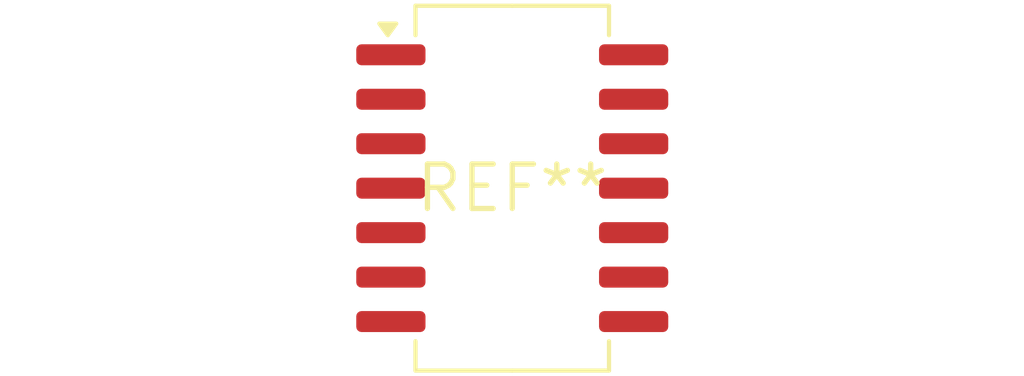
<source format=kicad_pcb>
(kicad_pcb (version 20240108) (generator pcbnew)
  (layers (0 "F.Cu" signal) (31 "B.Cu" signal) (34 "B.Paste" user) (35 "F.Paste" user) (36 "B.SilkS" user "B.Silkscreen") (37 "F.SilkS" user "F.Silkscreen") (38 "B.Mask" user) (39 "F.Mask" user) (44 "Edge.Cuts" user))
  (net 0 "")
  (footprint "SO-14_5.3x10.2mm_P1.27mm" (layer "F.Cu") (at 0 0)
    (property "Reference" "REF**")
    (property "Value" "SO-14_5.3x10.2mm_P1.27mm")
    (fp_line (start -2.76 -5.21) (end -2.76 -4.37) (layer "F.SilkS") (stroke (width 0.12)))
    (fp_line (start -2.76 5.21) (end -2.76 4.37) (layer "F.SilkS") (stroke (width 0.12)))
    (fp_line (start 0 -5.21) (end -2.76 -5.21) (layer "F.SilkS") (stroke (width 0.12)))
    (fp_line (start 0 -5.21) (end 2.76 -5.21) (layer "F.SilkS") (stroke (width 0.12)))
    (fp_line (start 0 5.21) (end -2.76 5.21) (layer "F.SilkS") (stroke (width 0.12)))
    (fp_line (start 0 5.21) (end 2.76 5.21) (layer "F.SilkS") (stroke (width 0.12)))
    (fp_line (start 2.76 -5.21) (end 2.76 -4.37) (layer "F.SilkS") (stroke (width 0.12)))
    (fp_line (start 2.76 5.21) (end 2.76 4.37) (layer "F.SilkS") (stroke (width 0.12)))
    (fp_poly (pts (xy -3.55 -4.37) (xy -3.79 -4.7) (xy -3.31 -4.7) (xy -3.55 -4.37)) (layer "F.SilkS") (stroke (width 0.12)) (fill solid))
    (pad "1" smd roundrect (at -3.4625 -3.81) (size 1.975 0.6) (layers "F.Cu" "F.Paste" "F.Mask"))
    (pad "2" smd roundrect (at -3.4625 -2.54) (size 1.975 0.6) (layers "F.Cu" "F.Paste" "F.Mask"))
    (pad "3" smd roundrect (at -3.4625 -1.27) (size 1.975 0.6) (layers "F.Cu" "F.Paste" "F.Mask"))
    (pad "4" smd roundrect (at -3.4625 0) (size 1.975 0.6) (layers "F.Cu" "F.Paste" "F.Mask"))
    (pad "5" smd roundrect (at -3.4625 1.27) (size 1.975 0.6) (layers "F.Cu" "F.Paste" "F.Mask"))
    (pad "6" smd roundrect (at -3.4625 2.54) (size 1.975 0.6) (layers "F.Cu" "F.Paste" "F.Mask"))
    (pad "7" smd roundrect (at -3.4625 3.81) (size 1.975 0.6) (layers "F.Cu" "F.Paste" "F.Mask"))
    (pad "8" smd roundrect (at 3.4625 3.81) (size 1.975 0.6) (layers "F.Cu" "F.Paste" "F.Mask"))
    (pad "9" smd roundrect (at 3.4625 2.54) (size 1.975 0.6) (layers "F.Cu" "F.Paste" "F.Mask"))
    (pad "10" smd roundrect (at 3.4625 1.27) (size 1.975 0.6) (layers "F.Cu" "F.Paste" "F.Mask"))
    (pad "11" smd roundrect (at 3.4625 0) (size 1.975 0.6) (layers "F.Cu" "F.Paste" "F.Mask"))
    (pad "12" smd roundrect (at 3.4625 -1.27) (size 1.975 0.6) (layers "F.Cu" "F.Paste" "F.Mask"))
    (pad "13" smd roundrect (at 3.4625 -2.54) (size 1.975 0.6) (layers "F.Cu" "F.Paste" "F.Mask"))
    (pad "14" smd roundrect (at 3.4625 -3.81) (size 1.975 0.6) (layers "F.Cu" "F.Paste" "F.Mask"))
  )
)
</source>
